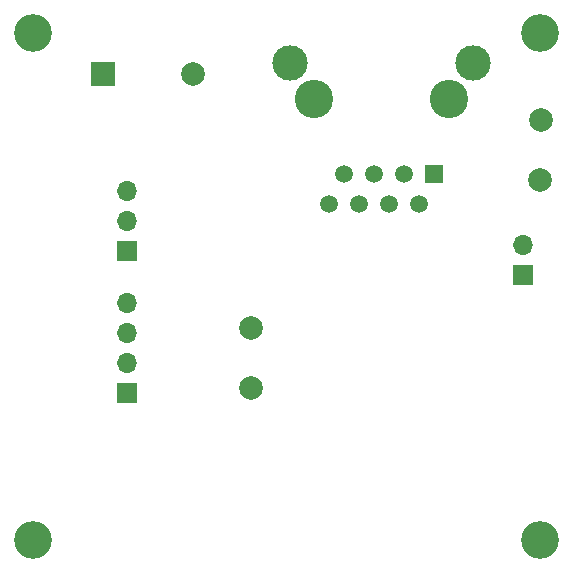
<source format=gbs>
%TF.GenerationSoftware,KiCad,Pcbnew,5.1.9*%
%TF.CreationDate,2021-05-01T23:47:16+02:00*%
%TF.ProjectId,nfc_reader,6e66635f-7265-4616-9465-722e6b696361,rev?*%
%TF.SameCoordinates,Original*%
%TF.FileFunction,Soldermask,Bot*%
%TF.FilePolarity,Negative*%
%FSLAX46Y46*%
G04 Gerber Fmt 4.6, Leading zero omitted, Abs format (unit mm)*
G04 Created by KiCad (PCBNEW 5.1.9) date 2021-05-01 23:47:16*
%MOMM*%
%LPD*%
G01*
G04 APERTURE LIST*
%ADD10O,1.700000X1.700000*%
%ADD11R,1.700000X1.700000*%
%ADD12C,1.500000*%
%ADD13C,3.000000*%
%ADD14R,1.500000X1.500000*%
%ADD15C,3.250000*%
%ADD16C,3.200000*%
%ADD17C,2.000000*%
%ADD18R,2.000000X2.000000*%
G04 APERTURE END LIST*
D10*
%TO.C,J3*%
X147000000Y-113460000D03*
D11*
X147000000Y-116000000D03*
%TD*%
D10*
%TO.C,D1*%
X113500000Y-108920000D03*
X113500000Y-111460000D03*
D11*
X113500000Y-114000000D03*
%TD*%
D10*
%TO.C,J2*%
X113500000Y-118380000D03*
X113500000Y-120920000D03*
X113500000Y-123460000D03*
D11*
X113500000Y-126000000D03*
%TD*%
D12*
%TO.C,J1*%
X133150000Y-110040000D03*
X130610000Y-110040000D03*
D13*
X142825000Y-98100000D03*
D12*
X138230000Y-110040000D03*
D14*
X139500000Y-107500000D03*
D12*
X131880000Y-107500000D03*
X135690000Y-110040000D03*
X134420000Y-107500000D03*
X136960000Y-107500000D03*
D15*
X140770000Y-101150000D03*
D13*
X127285000Y-98100000D03*
D15*
X129340000Y-101150000D03*
%TD*%
D16*
%TO.C,H4*%
X148500000Y-138500000D03*
%TD*%
%TO.C,H3*%
X105500000Y-138500000D03*
%TD*%
%TO.C,H2*%
X148500000Y-95500000D03*
%TD*%
%TO.C,H1*%
X105500000Y-95500000D03*
%TD*%
D17*
%TO.C,F2*%
X123990000Y-125580000D03*
X124000000Y-120500000D03*
%TD*%
%TO.C,F1*%
X148510000Y-102920000D03*
X148500000Y-108000000D03*
%TD*%
%TO.C,BZ1*%
X119100000Y-99000000D03*
D18*
X111500000Y-99000000D03*
%TD*%
M02*

</source>
